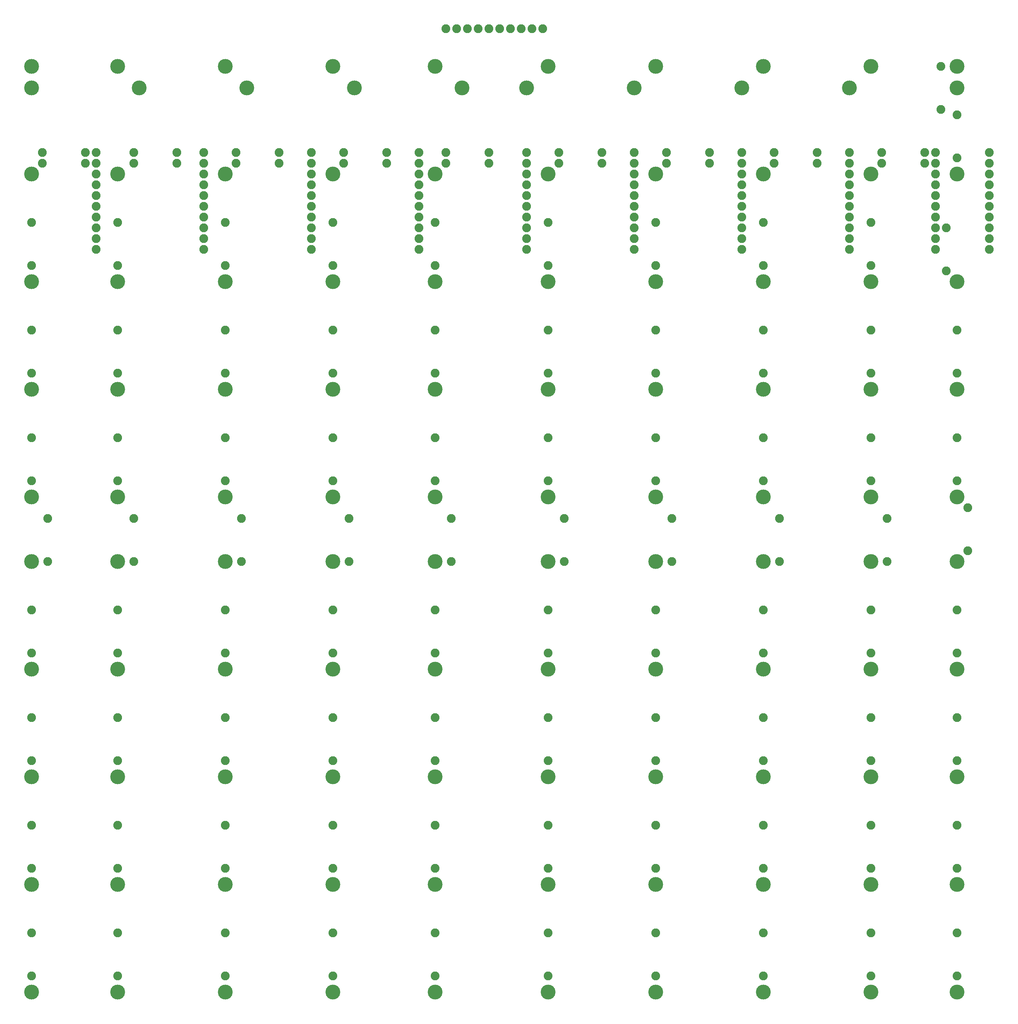
<source format=gbs>
G75*
G70*
%OFA0B0*%
%FSLAX24Y24*%
%IPPOS*%
%LPD*%
%AMOC8*
5,1,8,0,0,1.08239X$1,22.5*
%
%ADD10C,0.1380*%
%ADD11C,0.0820*%
D10*
X004101Y004101D03*
X012101Y004101D03*
X012101Y014101D03*
X004101Y014101D03*
X004101Y024101D03*
X012101Y024101D03*
X012101Y034101D03*
X004101Y034101D03*
X004101Y044101D03*
X004101Y050101D03*
X012101Y050101D03*
X012101Y044101D03*
X022101Y044101D03*
X022101Y050101D03*
X032101Y050101D03*
X032101Y044101D03*
X041601Y044101D03*
X041601Y050101D03*
X041601Y060101D03*
X032101Y060101D03*
X032101Y070101D03*
X041601Y070101D03*
X041601Y080101D03*
X044101Y088101D03*
X041601Y090101D03*
X034101Y088101D03*
X032101Y090101D03*
X024101Y088101D03*
X022101Y090101D03*
X014101Y088101D03*
X012101Y090101D03*
X004101Y090101D03*
X004101Y088101D03*
X004101Y080101D03*
X012101Y080101D03*
X022101Y080101D03*
X032101Y080101D03*
X022101Y070101D03*
X022101Y060101D03*
X012101Y060101D03*
X004101Y060101D03*
X004101Y070101D03*
X012101Y070101D03*
X022101Y034101D03*
X032101Y034101D03*
X041601Y034101D03*
X041601Y024101D03*
X032101Y024101D03*
X022101Y024101D03*
X022101Y014101D03*
X032101Y014101D03*
X041601Y014101D03*
X041601Y004101D03*
X032101Y004101D03*
X022101Y004101D03*
X052101Y004101D03*
X052101Y014101D03*
X062101Y014101D03*
X062101Y004101D03*
X072101Y004101D03*
X072101Y014101D03*
X082101Y014101D03*
X090101Y014101D03*
X090101Y004101D03*
X082101Y004101D03*
X082101Y024101D03*
X090101Y024101D03*
X090101Y034101D03*
X082101Y034101D03*
X072101Y034101D03*
X072101Y024101D03*
X062101Y024101D03*
X062101Y034101D03*
X052101Y034101D03*
X052101Y024101D03*
X052101Y044101D03*
X052101Y050101D03*
X062101Y050101D03*
X062101Y044101D03*
X072101Y044101D03*
X072101Y050101D03*
X082101Y050101D03*
X082101Y044101D03*
X090101Y044101D03*
X090101Y050101D03*
X090101Y060101D03*
X082101Y060101D03*
X082101Y070101D03*
X090101Y070101D03*
X090101Y080101D03*
X090101Y088101D03*
X090101Y090101D03*
X082101Y090101D03*
X080101Y088101D03*
X082101Y080101D03*
X072101Y080101D03*
X070101Y088101D03*
X072101Y090101D03*
X062101Y090101D03*
X060101Y088101D03*
X062101Y080101D03*
X052101Y080101D03*
X050101Y088101D03*
X052101Y090101D03*
X052101Y070101D03*
X062101Y070101D03*
X062101Y060101D03*
X052101Y060101D03*
X072101Y060101D03*
X072101Y070101D03*
D11*
X072101Y071601D03*
X070101Y073101D03*
X070101Y074101D03*
X070101Y075101D03*
X070101Y076101D03*
X070101Y077101D03*
X070101Y078101D03*
X070101Y079101D03*
X070101Y080101D03*
X070101Y081101D03*
X070101Y082101D03*
X073101Y082101D03*
X073101Y081101D03*
X077101Y081101D03*
X077101Y082101D03*
X080101Y082101D03*
X080101Y081101D03*
X080101Y080101D03*
X080101Y079101D03*
X080101Y078101D03*
X080101Y077101D03*
X080101Y076101D03*
X080101Y075101D03*
X080101Y074101D03*
X080101Y073101D03*
X082101Y071601D03*
X082101Y075601D03*
X083101Y081101D03*
X083101Y082101D03*
X087101Y082101D03*
X087101Y081101D03*
X088101Y081101D03*
X088101Y082101D03*
X088101Y080101D03*
X088101Y079101D03*
X088101Y078101D03*
X088101Y077101D03*
X088101Y076101D03*
X088101Y075101D03*
X089101Y075101D03*
X088101Y074101D03*
X088101Y073101D03*
X089101Y071101D03*
X093101Y073101D03*
X093101Y074101D03*
X093101Y075101D03*
X093101Y076101D03*
X093101Y077101D03*
X093101Y078101D03*
X093101Y079101D03*
X093101Y080101D03*
X093101Y081101D03*
X093101Y082101D03*
X090101Y081601D03*
X090101Y085601D03*
X088601Y086101D03*
X088601Y090101D03*
X072101Y075601D03*
X067101Y081101D03*
X067101Y082101D03*
X063101Y082101D03*
X063101Y081101D03*
X060101Y081101D03*
X060101Y082101D03*
X060101Y080101D03*
X060101Y079101D03*
X060101Y078101D03*
X060101Y077101D03*
X060101Y076101D03*
X060101Y075101D03*
X060101Y074101D03*
X060101Y073101D03*
X062101Y071601D03*
X062101Y075601D03*
X057101Y081101D03*
X057101Y082101D03*
X053101Y082101D03*
X053101Y081101D03*
X050101Y081101D03*
X050101Y082101D03*
X050101Y080101D03*
X050101Y079101D03*
X050101Y078101D03*
X050101Y077101D03*
X050101Y076101D03*
X050101Y075101D03*
X050101Y074101D03*
X050101Y073101D03*
X052101Y071601D03*
X052101Y075601D03*
X046601Y081101D03*
X046601Y082101D03*
X042601Y082101D03*
X042601Y081101D03*
X040101Y081101D03*
X040101Y082101D03*
X040101Y080101D03*
X040101Y079101D03*
X040101Y078101D03*
X040101Y077101D03*
X040101Y076101D03*
X040101Y075101D03*
X040101Y074101D03*
X040101Y073101D03*
X041601Y071601D03*
X041601Y075601D03*
X037101Y081101D03*
X037101Y082101D03*
X033101Y082101D03*
X033101Y081101D03*
X030101Y081101D03*
X030101Y082101D03*
X030101Y080101D03*
X030101Y079101D03*
X030101Y078101D03*
X030101Y077101D03*
X030101Y076101D03*
X030101Y075101D03*
X030101Y074101D03*
X030101Y073101D03*
X032101Y071601D03*
X032101Y075601D03*
X027101Y081101D03*
X027101Y082101D03*
X023101Y082101D03*
X023101Y081101D03*
X020101Y081101D03*
X020101Y082101D03*
X020101Y080101D03*
X020101Y079101D03*
X020101Y078101D03*
X020101Y077101D03*
X020101Y076101D03*
X020101Y075101D03*
X020101Y074101D03*
X020101Y073101D03*
X022101Y071601D03*
X022101Y075601D03*
X017601Y081101D03*
X017601Y082101D03*
X013601Y082101D03*
X013601Y081101D03*
X010101Y081101D03*
X010101Y082101D03*
X009101Y082101D03*
X009101Y081101D03*
X010101Y080101D03*
X010101Y079101D03*
X010101Y078101D03*
X010101Y077101D03*
X010101Y076101D03*
X010101Y075101D03*
X010101Y074101D03*
X010101Y073101D03*
X012101Y071601D03*
X012101Y075601D03*
X005101Y081101D03*
X005101Y082101D03*
X004101Y075601D03*
X004101Y071601D03*
X004101Y065601D03*
X004101Y061601D03*
X004101Y055601D03*
X004101Y051601D03*
X005601Y048101D03*
X005601Y044101D03*
X004101Y039601D03*
X004101Y035601D03*
X004101Y029601D03*
X004101Y025601D03*
X004101Y019601D03*
X004101Y015601D03*
X004101Y009601D03*
X004101Y005601D03*
X012101Y005601D03*
X012101Y009601D03*
X012101Y015601D03*
X012101Y019601D03*
X012101Y025601D03*
X012101Y029601D03*
X012101Y035601D03*
X012101Y039601D03*
X013601Y044101D03*
X013601Y048101D03*
X012101Y051601D03*
X012101Y055601D03*
X012101Y061601D03*
X012101Y065601D03*
X022101Y065601D03*
X022101Y061601D03*
X022101Y055601D03*
X022101Y051601D03*
X023601Y048101D03*
X023601Y044101D03*
X022101Y039601D03*
X022101Y035601D03*
X022101Y029601D03*
X022101Y025601D03*
X022101Y019601D03*
X022101Y015601D03*
X022101Y009601D03*
X022101Y005601D03*
X032101Y005601D03*
X032101Y009601D03*
X032101Y015601D03*
X032101Y019601D03*
X032101Y025601D03*
X032101Y029601D03*
X032101Y035601D03*
X032101Y039601D03*
X033601Y044101D03*
X033601Y048101D03*
X032101Y051601D03*
X032101Y055601D03*
X032101Y061601D03*
X032101Y065601D03*
X041601Y065601D03*
X041601Y061601D03*
X041601Y055601D03*
X041601Y051601D03*
X043101Y048101D03*
X043101Y044101D03*
X041601Y039601D03*
X041601Y035601D03*
X041601Y029601D03*
X041601Y025601D03*
X041601Y019601D03*
X041601Y015601D03*
X041601Y009601D03*
X041601Y005601D03*
X052101Y005601D03*
X052101Y009601D03*
X052101Y015601D03*
X052101Y019601D03*
X052101Y025601D03*
X052101Y029601D03*
X052101Y035601D03*
X052101Y039601D03*
X053601Y044101D03*
X053601Y048101D03*
X052101Y051601D03*
X052101Y055601D03*
X052101Y061601D03*
X052101Y065601D03*
X062101Y065601D03*
X062101Y061601D03*
X062101Y055601D03*
X062101Y051601D03*
X063601Y048101D03*
X063601Y044101D03*
X062101Y039601D03*
X062101Y035601D03*
X062101Y029601D03*
X062101Y025601D03*
X062101Y019601D03*
X062101Y015601D03*
X062101Y009601D03*
X062101Y005601D03*
X072101Y005601D03*
X072101Y009601D03*
X072101Y015601D03*
X072101Y019601D03*
X072101Y025601D03*
X072101Y029601D03*
X072101Y035601D03*
X072101Y039601D03*
X073601Y044101D03*
X073601Y048101D03*
X072101Y051601D03*
X072101Y055601D03*
X072101Y061601D03*
X072101Y065601D03*
X082101Y065601D03*
X082101Y061601D03*
X082101Y055601D03*
X082101Y051601D03*
X083601Y048101D03*
X083601Y044101D03*
X082101Y039601D03*
X082101Y035601D03*
X082101Y029601D03*
X082101Y025601D03*
X082101Y019601D03*
X082101Y015601D03*
X082101Y009601D03*
X082101Y005601D03*
X090101Y005601D03*
X090101Y009601D03*
X090101Y015601D03*
X090101Y019601D03*
X090101Y025601D03*
X090101Y029601D03*
X090101Y035601D03*
X090101Y039601D03*
X091101Y045101D03*
X091101Y049101D03*
X090101Y051601D03*
X090101Y055601D03*
X090101Y061601D03*
X090101Y065601D03*
X051601Y093601D03*
X050601Y093601D03*
X049601Y093601D03*
X048601Y093601D03*
X047601Y093601D03*
X046601Y093601D03*
X045601Y093601D03*
X044601Y093601D03*
X043601Y093601D03*
X042601Y093601D03*
M02*

</source>
